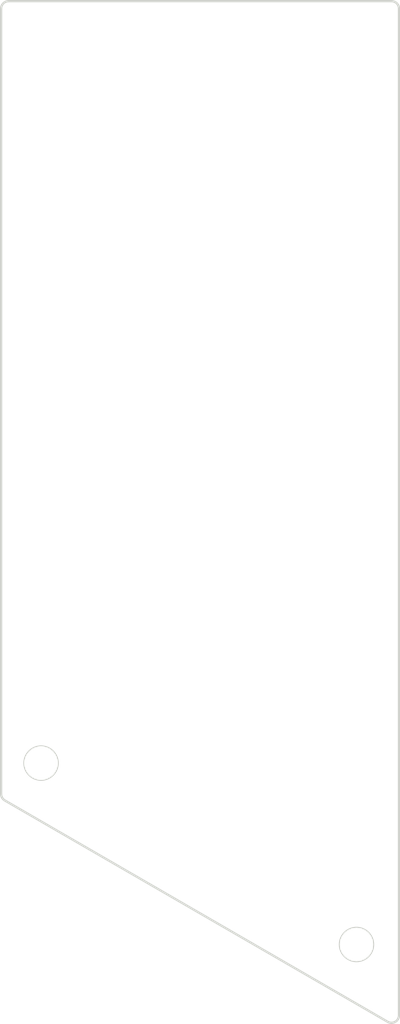
<source format=kicad_pcb>
(kicad_pcb (version 20240108) (generator "pcbnew") (generator_version "8.0")
  (title_block (title "controller_overlay") (date "2025-06-17") (rev "0.2") (company "ceoloide"))
  (layers (0 "F.Cu" signal) (31 "B.Cu" signal) (34 "B.Paste" user) (35 "F.Paste" user) (36 "B.SilkS" user "B.Silkscreen") (37 "F.SilkS" user "F.Silkscreen") (38 "B.Mask" user) (39 "F.Mask" user) (44 "Edge.Cuts" user))
  (net 0 "")
  (footprint "ceoloide:mounting_hole_npth" (layer "F.Cu") (at 207.762 89.226)
    (property "Reference" "MH1" (hide yes))
    (property "Value" "")
    (pad "" np_thru_hole circle (at 0 0) (size 2.2 2.2) (drill 2.2) (layers "*.Cu" "*.Mask"))
  )
  (footprint "ceoloide:mounting_hole_npth" (layer "F.Cu") (at 228.694 101.245)
    (property "Reference" "MH2" (hide yes))
    (property "Value" "")
    (pad "" np_thru_hole circle (at 0 0) (size 2.2 2.2) (drill 2.2) (layers "*.Cu" "*.Mask"))
  )
  (gr_arc (start 231.513 105.934975) (mid 231.262996 106.367974) (end 230.763 106.367987) (stroke (width 0.15)) (layer "Edge.Cuts"))
  (gr_line (start 231.513 39.24) (end 231.513 105.934975) (stroke (width 0.15)) (layer "Edge.Cuts"))
  (gr_circle (center 228.694 101.245) (end 229.794 101.245) (stroke (width 0.15)) (fill none) (layer "Edge.Cuts"))
  (gr_arc (start 205.113 39.24) (mid 205.259447 38.886447) (end 205.613 38.74) (stroke (width 0.15)) (layer "Edge.Cuts"))
  (gr_circle (center 207.762 89.226) (end 208.862 89.226) (stroke (width 0.15)) (fill none) (layer "Edge.Cuts"))
  (gr_arc (start 205.363 91.70329) (mid 205.179996 91.520276) (end 205.113 91.270278) (stroke (width 0.15)) (layer "Edge.Cuts"))
  (gr_line (start 205.113 91.270278) (end 205.113 39.24) (stroke (width 0.15)) (layer "Edge.Cuts"))
  (gr_line (start 230.763 106.367987) (end 205.363 91.70329) (stroke (width 0.15)) (layer "Edge.Cuts"))
  (gr_arc (start 231.013 38.74) (mid 231.366553 38.886447) (end 231.513 39.24) (stroke (width 0.15)) (layer "Edge.Cuts"))
  (gr_line (start 205.613 38.74) (end 231.013 38.74) (stroke (width 0.15)) (layer "Edge.Cuts"))
)
</source>
